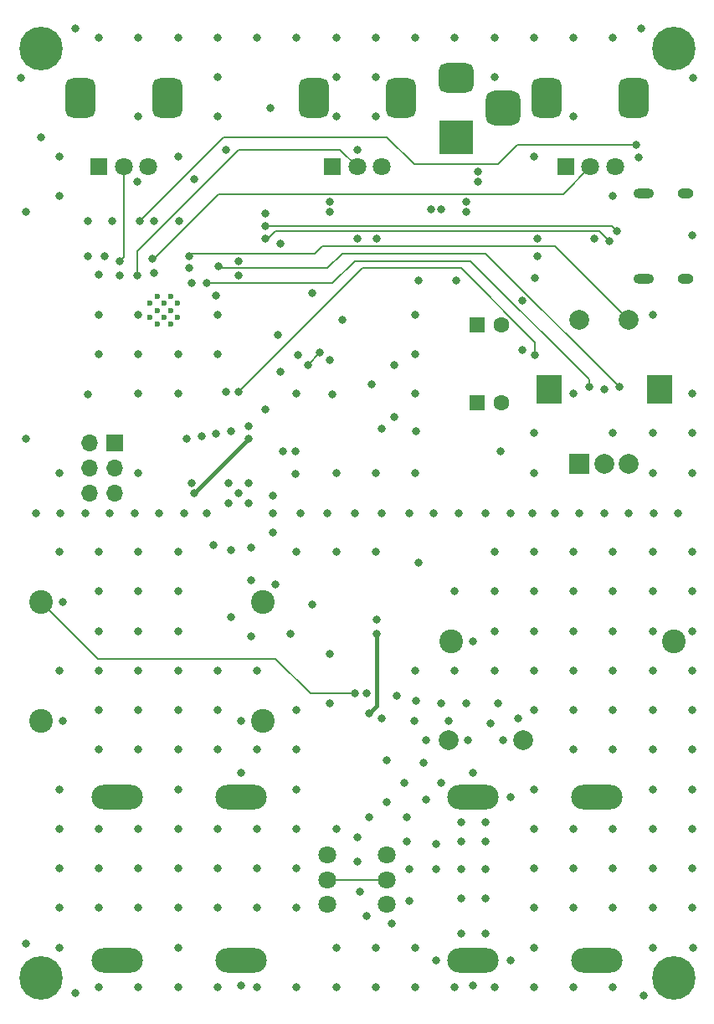
<source format=gbr>
%TF.GenerationSoftware,KiCad,Pcbnew,7.0.8*%
%TF.CreationDate,2023-12-03T14:11:45+01:00*%
%TF.ProjectId,Supersonic Quantumbox,53757065-7273-46f6-9e69-63205175616e,rev?*%
%TF.SameCoordinates,Original*%
%TF.FileFunction,Copper,L1,Top*%
%TF.FilePolarity,Positive*%
%FSLAX46Y46*%
G04 Gerber Fmt 4.6, Leading zero omitted, Abs format (unit mm)*
G04 Created by KiCad (PCBNEW 7.0.8) date 2023-12-03 14:11:45*
%MOMM*%
%LPD*%
G01*
G04 APERTURE LIST*
G04 Aperture macros list*
%AMRoundRect*
0 Rectangle with rounded corners*
0 $1 Rounding radius*
0 $2 $3 $4 $5 $6 $7 $8 $9 X,Y pos of 4 corners*
0 Add a 4 corners polygon primitive as box body*
4,1,4,$2,$3,$4,$5,$6,$7,$8,$9,$2,$3,0*
0 Add four circle primitives for the rounded corners*
1,1,$1+$1,$2,$3*
1,1,$1+$1,$4,$5*
1,1,$1+$1,$6,$7*
1,1,$1+$1,$8,$9*
0 Add four rect primitives between the rounded corners*
20,1,$1+$1,$2,$3,$4,$5,0*
20,1,$1+$1,$4,$5,$6,$7,0*
20,1,$1+$1,$6,$7,$8,$9,0*
20,1,$1+$1,$8,$9,$2,$3,0*%
G04 Aperture macros list end*
%TA.AperFunction,ComponentPad*%
%ADD10C,0.600000*%
%TD*%
%TA.AperFunction,ComponentPad*%
%ADD11R,1.700000X1.700000*%
%TD*%
%TA.AperFunction,ComponentPad*%
%ADD12O,1.700000X1.700000*%
%TD*%
%TA.AperFunction,ComponentPad*%
%ADD13C,0.700000*%
%TD*%
%TA.AperFunction,ComponentPad*%
%ADD14C,4.400000*%
%TD*%
%TA.AperFunction,ComponentPad*%
%ADD15C,1.800000*%
%TD*%
%TA.AperFunction,ComponentPad*%
%ADD16R,2.000000X2.000000*%
%TD*%
%TA.AperFunction,ComponentPad*%
%ADD17C,2.000000*%
%TD*%
%TA.AperFunction,ComponentPad*%
%ADD18R,2.500000X3.000000*%
%TD*%
%TA.AperFunction,ComponentPad*%
%ADD19R,1.800000X1.800000*%
%TD*%
%TA.AperFunction,ComponentPad*%
%ADD20RoundRect,0.750000X0.750000X-1.250000X0.750000X1.250000X-0.750000X1.250000X-0.750000X-1.250000X0*%
%TD*%
%TA.AperFunction,ComponentPad*%
%ADD21R,1.600000X1.600000*%
%TD*%
%TA.AperFunction,ComponentPad*%
%ADD22C,1.600000*%
%TD*%
%TA.AperFunction,ComponentPad*%
%ADD23C,2.400000*%
%TD*%
%TA.AperFunction,ComponentPad*%
%ADD24O,5.200000X2.500000*%
%TD*%
%TA.AperFunction,ComponentPad*%
%ADD25O,1.600000X1.000000*%
%TD*%
%TA.AperFunction,ComponentPad*%
%ADD26O,2.100000X1.000000*%
%TD*%
%TA.AperFunction,ComponentPad*%
%ADD27R,3.500000X3.500000*%
%TD*%
%TA.AperFunction,ComponentPad*%
%ADD28RoundRect,0.750000X-1.000000X0.750000X-1.000000X-0.750000X1.000000X-0.750000X1.000000X0.750000X0*%
%TD*%
%TA.AperFunction,ComponentPad*%
%ADD29RoundRect,0.875000X-0.875000X0.875000X-0.875000X-0.875000X0.875000X-0.875000X0.875000X0.875000X0*%
%TD*%
%TA.AperFunction,ViaPad*%
%ADD30C,0.800000*%
%TD*%
%TA.AperFunction,Conductor*%
%ADD31C,0.200000*%
%TD*%
%TA.AperFunction,Conductor*%
%ADD32C,0.400000*%
%TD*%
G04 APERTURE END LIST*
D10*
%TO.P,U9,41*%
%TO.N,N/C*%
X84760000Y-83100000D03*
X86160000Y-83100000D03*
X84060000Y-83800000D03*
X85460000Y-83800000D03*
X86860000Y-83800000D03*
X84760000Y-84500000D03*
X86160000Y-84500000D03*
X84060000Y-85200000D03*
X85460000Y-85200000D03*
X86860000Y-85200000D03*
X84760000Y-85900000D03*
X86160000Y-85900000D03*
%TD*%
D11*
%TO.P,J3,1,Pin_1*%
%TO.N,/IO42*%
X80500000Y-97920000D03*
D12*
%TO.P,J3,2,Pin_2*%
%TO.N,GNDREF*%
X77960000Y-97920000D03*
%TO.P,J3,3,Pin_3*%
%TO.N,/IO41*%
X80500000Y-100460000D03*
%TO.P,J3,4,Pin_4*%
%TO.N,/IO1*%
X77960000Y-100460000D03*
%TO.P,J3,5,Pin_5*%
%TO.N,+3V3*%
X80500000Y-103000000D03*
%TO.P,J3,6,Pin_6*%
%TO.N,/IO2*%
X77960000Y-103000000D03*
%TD*%
D13*
%TO.P,H4,1,1*%
%TO.N,unconnected-(H4-Pad1)*%
X135350000Y-152000000D03*
X135833274Y-150833274D03*
X135833274Y-153166726D03*
X137000000Y-150350000D03*
D14*
X137000000Y-152000000D03*
D13*
X137000000Y-153650000D03*
X138166726Y-150833274D03*
X138166726Y-153166726D03*
X138650000Y-152000000D03*
%TD*%
D15*
%TO.P,SW4,1,A*%
%TO.N,/DSP_IN*%
X108000000Y-144577500D03*
%TO.P,SW4,2,B*%
%TO.N,/JACK_IN*%
X108000000Y-139577500D03*
%TO.P,SW4,3,C*%
%TO.N,/BYPASS*%
X108000000Y-142077500D03*
%TO.P,SW4,4,A*%
%TO.N,/DSP_OUT*%
X102000000Y-139577500D03*
%TO.P,SW4,5,B*%
%TO.N,/JACK_OUT*%
X102000000Y-144577500D03*
%TO.P,SW4,6,C*%
%TO.N,/BYPASS*%
X102000000Y-142077500D03*
%TD*%
D13*
%TO.P,H2,1,1*%
%TO.N,unconnected-(H2-Pad1)*%
X135350000Y-58000000D03*
X135833274Y-56833274D03*
X135833274Y-59166726D03*
X137000000Y-56350000D03*
D14*
X137000000Y-58000000D03*
D13*
X137000000Y-59650000D03*
X138166726Y-56833274D03*
X138166726Y-59166726D03*
X138650000Y-58000000D03*
%TD*%
D16*
%TO.P,SW3,A,A*%
%TO.N,/ENC_A*%
X127500000Y-100000000D03*
D17*
%TO.P,SW3,B,B*%
%TO.N,/ENC_B*%
X132500000Y-100000000D03*
%TO.P,SW3,C,C*%
%TO.N,GNDREF*%
X130000000Y-100000000D03*
D18*
%TO.P,SW3,MP*%
%TO.N,N/C*%
X124400000Y-92500000D03*
X135600000Y-92500000D03*
D17*
%TO.P,SW3,S1,S1*%
%TO.N,GNDREF*%
X127500000Y-85500000D03*
%TO.P,SW3,S2,S2*%
%TO.N,/ENC_SW*%
X132500000Y-85500000D03*
%TD*%
D19*
%TO.P,RV3,1,1*%
%TO.N,GNDREF*%
X126100000Y-70000000D03*
D15*
%TO.P,RV3,2,2*%
%TO.N,/Pot3*%
X128600000Y-70000000D03*
%TO.P,RV3,3,3*%
%TO.N,Net-(R5-Pad2)*%
X131100000Y-70000000D03*
D20*
%TO.P,RV3,MP*%
%TO.N,N/C*%
X124200000Y-63000000D03*
X133000000Y-63000000D03*
%TD*%
D19*
%TO.P,RV2,1,1*%
%TO.N,GNDREF*%
X102500000Y-70000000D03*
D15*
%TO.P,RV2,2,2*%
%TO.N,/Pot2*%
X105000000Y-70000000D03*
%TO.P,RV2,3,3*%
%TO.N,Net-(R7-Pad2)*%
X107500000Y-70000000D03*
D20*
%TO.P,RV2,MP*%
%TO.N,N/C*%
X100600000Y-63000000D03*
X109400000Y-63000000D03*
%TD*%
D13*
%TO.P,H3,1,1*%
%TO.N,unconnected-(H3-Pad1)*%
X71350000Y-152000000D03*
X71833274Y-150833274D03*
X71833274Y-153166726D03*
X73000000Y-150350000D03*
D14*
X73000000Y-152000000D03*
D13*
X73000000Y-153650000D03*
X74166726Y-150833274D03*
X74166726Y-153166726D03*
X74650000Y-152000000D03*
%TD*%
D19*
%TO.P,RV1,1,1*%
%TO.N,GNDREF*%
X78900000Y-70000000D03*
D15*
%TO.P,RV1,2,2*%
%TO.N,/Pot1*%
X81400000Y-70000000D03*
%TO.P,RV1,3,3*%
%TO.N,Net-(R9-Pad2)*%
X83900000Y-70000000D03*
D20*
%TO.P,RV1,MP*%
%TO.N,N/C*%
X77000000Y-63000000D03*
X85800000Y-63000000D03*
%TD*%
D13*
%TO.P,H1,1,1*%
%TO.N,Net-(JP1-B)*%
X71350000Y-58000000D03*
X71833274Y-56833274D03*
X71833274Y-59166726D03*
X73000000Y-56350000D03*
D14*
X73000000Y-58000000D03*
D13*
X73000000Y-59650000D03*
X74166726Y-56833274D03*
X74166726Y-59166726D03*
X74650000Y-58000000D03*
%TD*%
D21*
%TO.P,C19,1*%
%TO.N,+5V*%
X117135242Y-86000000D03*
D22*
%TO.P,C19,2*%
%TO.N,GNDREF*%
X119635242Y-86000000D03*
%TD*%
D23*
%TO.P,C3,1*%
%TO.N,Net-(C3-Pad1)*%
X73000000Y-114000000D03*
%TO.P,C3,2*%
%TO.N,/LINE_IN*%
X95500000Y-114000000D03*
%TD*%
D24*
%TO.P,U1,1,Signal*%
%TO.N,/JACK_IN*%
X116750000Y-150250000D03*
X116750000Y-133750000D03*
%TO.P,U1,2,GND*%
%TO.N,GNDREF*%
X129250000Y-150250000D03*
X129250000Y-133750000D03*
%TD*%
D23*
%TO.P,C14,1*%
%TO.N,/DSP_OUT*%
X73000000Y-126000000D03*
%TO.P,C14,2*%
%TO.N,Net-(U5B--)*%
X95500000Y-126000000D03*
%TD*%
%TO.P,C2,1*%
%TO.N,GNDREF*%
X137000000Y-118000000D03*
%TO.P,C2,2*%
%TO.N,Net-(C2-Pad2)*%
X114500000Y-118000000D03*
%TD*%
D24*
%TO.P,U8,1,Signal*%
%TO.N,/JACK_OUT*%
X93250000Y-133750000D03*
X93250000Y-150250000D03*
%TO.P,U8,2,GND*%
%TO.N,GNDREF*%
X80750000Y-133750000D03*
X80750000Y-150250000D03*
%TD*%
D25*
%TO.P,J1,S1,SHIELD*%
%TO.N,GNDREF*%
X138180000Y-72680000D03*
D26*
X134000000Y-72680000D03*
D25*
X138180000Y-81320000D03*
D26*
X134000000Y-81320000D03*
%TD*%
D17*
%TO.P,C1,1*%
%TO.N,/DSP_IN*%
X114255000Y-128000000D03*
%TO.P,C1,2*%
%TO.N,Net-(U5A-+)*%
X121755000Y-128000000D03*
%TD*%
D21*
%TO.P,C18,1*%
%TO.N,+5V*%
X117135242Y-93850000D03*
D22*
%TO.P,C18,2*%
%TO.N,GNDREF*%
X119635242Y-93850000D03*
%TD*%
D27*
%TO.P,J6,1*%
%TO.N,GNDREF*%
X115042500Y-67000000D03*
D28*
%TO.P,J6,2*%
%TO.N,+9V*%
X115042500Y-61000000D03*
D29*
%TO.P,J6,3*%
%TO.N,unconnected-(J6-Pad3)*%
X119742500Y-64000000D03*
%TD*%
D30*
%TO.N,GNDREF*%
X138891665Y-144925000D03*
X138891665Y-140925000D03*
X138891665Y-136925000D03*
X138891665Y-132925000D03*
X138891665Y-128925000D03*
X138891665Y-124925000D03*
X138891665Y-120925000D03*
X138891665Y-116925000D03*
X138891665Y-112925000D03*
X138891665Y-108925000D03*
X138891665Y-100925000D03*
X138891665Y-96925000D03*
X138891665Y-92925000D03*
X138891665Y-76925000D03*
X134891665Y-148925000D03*
X134891665Y-144925000D03*
X134891665Y-140925000D03*
X134891665Y-136925000D03*
X134891665Y-132925000D03*
X134891665Y-128925000D03*
X134891665Y-124925000D03*
X134891665Y-120925000D03*
X134891665Y-116925000D03*
X134891665Y-112925000D03*
X134891665Y-108925000D03*
X134891665Y-100925000D03*
X134891665Y-96925000D03*
X134891665Y-84925000D03*
X130891665Y-152925000D03*
X130891665Y-144925000D03*
X130891665Y-140925000D03*
X130891665Y-136925000D03*
X130891665Y-128925000D03*
X130891665Y-124925000D03*
X130891665Y-120925000D03*
X130891665Y-116925000D03*
X130891665Y-112925000D03*
X130891665Y-108925000D03*
X130891665Y-96925000D03*
X130891665Y-72925000D03*
X130891665Y-56925000D03*
X126891665Y-152925000D03*
X126891665Y-144925000D03*
X126891665Y-140925000D03*
X126891665Y-136925000D03*
X126891665Y-128925000D03*
X126891665Y-124925000D03*
X126891665Y-120925000D03*
X126891665Y-116925000D03*
X126891665Y-112925000D03*
X126891665Y-108925000D03*
X126891665Y-92925000D03*
X126891665Y-64925000D03*
X126891665Y-56925000D03*
X122891665Y-152925000D03*
X122891665Y-148925000D03*
X122891665Y-144925000D03*
X122891665Y-140925000D03*
X122891665Y-136925000D03*
X122891665Y-132925000D03*
X122891665Y-124925000D03*
X122891665Y-120925000D03*
X122891665Y-116925000D03*
X122891665Y-112925000D03*
X122891665Y-108925000D03*
X122891665Y-100925000D03*
X122891665Y-96925000D03*
X122891665Y-68925000D03*
X122891665Y-56925000D03*
X118891665Y-152925000D03*
X118891665Y-120925000D03*
X118891665Y-116925000D03*
X118891665Y-112925000D03*
X118891665Y-108925000D03*
X118891665Y-60925000D03*
X118891665Y-56925000D03*
X114891665Y-152925000D03*
X114891665Y-120925000D03*
X114891665Y-112925000D03*
X114891665Y-56925000D03*
X110891665Y-152925000D03*
X110891665Y-148925000D03*
X110891665Y-120925000D03*
X110891665Y-100925000D03*
X110891665Y-92925000D03*
X110891665Y-88925000D03*
X110891665Y-84925000D03*
X110891665Y-56925000D03*
X106891665Y-152925000D03*
X106891665Y-148925000D03*
X106891665Y-108925000D03*
X106891665Y-100925000D03*
X106891665Y-64925000D03*
X106891665Y-60925000D03*
X106891665Y-56925000D03*
X102891665Y-152925000D03*
X102891665Y-148925000D03*
X102891665Y-136925000D03*
X102891665Y-108925000D03*
X102891665Y-100925000D03*
X102891665Y-64925000D03*
X102891665Y-60925000D03*
X102891665Y-56925000D03*
X98891665Y-152925000D03*
X98891665Y-144925000D03*
X98891665Y-140925000D03*
X98891665Y-136925000D03*
X98891665Y-132925000D03*
X98891665Y-128925000D03*
X98891665Y-124925000D03*
X98891665Y-108925000D03*
X98891665Y-92925000D03*
X98891665Y-56925000D03*
X94891665Y-152925000D03*
X94891665Y-144925000D03*
X94891665Y-140925000D03*
X94891665Y-136925000D03*
X94891665Y-128925000D03*
X94891665Y-120925000D03*
X94891665Y-56925000D03*
X90891665Y-152925000D03*
X90891665Y-144925000D03*
X90891665Y-140925000D03*
X90891665Y-136925000D03*
X90891665Y-128925000D03*
X90891665Y-124925000D03*
X90891665Y-120925000D03*
X90891665Y-88925000D03*
X90891665Y-84925000D03*
X90891665Y-64925000D03*
X90891665Y-60925000D03*
X90891665Y-56925000D03*
X86891665Y-152925000D03*
X86891665Y-148925000D03*
X86891665Y-144925000D03*
X86891665Y-140925000D03*
X86891665Y-136925000D03*
X86891665Y-132925000D03*
X86891665Y-128925000D03*
X86891665Y-124925000D03*
X86891665Y-120925000D03*
X86891665Y-116925000D03*
X86891665Y-112925000D03*
X86891665Y-108925000D03*
X86891665Y-92925000D03*
X86891665Y-88925000D03*
X86891665Y-68925000D03*
X86891665Y-56925000D03*
X82891665Y-152925000D03*
X82891665Y-144925000D03*
X82891665Y-140925000D03*
X82891665Y-136925000D03*
X82891665Y-128925000D03*
X82891665Y-124925000D03*
X82891665Y-120925000D03*
X82891665Y-116925000D03*
X82891665Y-112925000D03*
X82891665Y-108925000D03*
X82891665Y-100925000D03*
X82891665Y-92925000D03*
X82891665Y-88925000D03*
X82891665Y-84925000D03*
X82891665Y-64925000D03*
X82891665Y-56925000D03*
X78891665Y-152925000D03*
X78891665Y-144925000D03*
X78891665Y-140925000D03*
X78891665Y-136925000D03*
X78891665Y-128925000D03*
X78891665Y-124925000D03*
X78891665Y-120925000D03*
X78891665Y-116925000D03*
X78891665Y-112925000D03*
X78891665Y-108925000D03*
X78891665Y-88925000D03*
X78891665Y-84925000D03*
X78891665Y-80925000D03*
X78891665Y-56925000D03*
X74891665Y-148925000D03*
X74891665Y-144925000D03*
X74891665Y-140925000D03*
X74891665Y-136925000D03*
X74891665Y-132925000D03*
X74891665Y-120925000D03*
X74891665Y-108925000D03*
X74891665Y-100925000D03*
X74891665Y-72925000D03*
X74891665Y-68925000D03*
X102250000Y-73500000D03*
X117250000Y-70500000D03*
X117250000Y-71500000D03*
X116000000Y-73500000D03*
X116000000Y-74500000D03*
X113500000Y-74250000D03*
X108000000Y-130000000D03*
X90500000Y-108250000D03*
X96500000Y-107000000D03*
X111250000Y-110000000D03*
X96250000Y-64000000D03*
X73000000Y-67000000D03*
X99000000Y-89000000D03*
X103500000Y-85500000D03*
X93000000Y-103000000D03*
X71000000Y-61000000D03*
X112000000Y-128000000D03*
X87000000Y-75500000D03*
X121250000Y-125750000D03*
X106000000Y-123250000D03*
X89250000Y-97250000D03*
X120500000Y-105000000D03*
X99250000Y-105000000D03*
X96750000Y-112250000D03*
X102500000Y-93000000D03*
X95750000Y-74750000D03*
X77750000Y-79000000D03*
X121750000Y-83500000D03*
X93250000Y-131250000D03*
X119500000Y-98750000D03*
X115000000Y-81500000D03*
X92250000Y-96750000D03*
X91750000Y-68250000D03*
X108500000Y-146500000D03*
X130000000Y-92500000D03*
X113000000Y-138500000D03*
X93250000Y-152750000D03*
X77750000Y-93000000D03*
X110250000Y-141000000D03*
X115500000Y-144000000D03*
X92000000Y-102000000D03*
X108750000Y-95250000D03*
X94250000Y-117500000D03*
X118500000Y-126250000D03*
X100500000Y-82750000D03*
X133500000Y-69000000D03*
X100500000Y-114250000D03*
X105000000Y-137750000D03*
X82500000Y-105000000D03*
X106000000Y-145750000D03*
X71500000Y-148500000D03*
X85000000Y-105000000D03*
X80250000Y-75500000D03*
X104750000Y-105000000D03*
X106250000Y-135750000D03*
X107500000Y-96500000D03*
X105000000Y-68250000D03*
X97250000Y-90750000D03*
X88500000Y-71250000D03*
X102250000Y-74500000D03*
X97500000Y-98750000D03*
X96500000Y-105000000D03*
X129000000Y-77250000D03*
X84500000Y-80750000D03*
X92250000Y-115500000D03*
X98750000Y-98750000D03*
X111000000Y-96750000D03*
X76500000Y-56000000D03*
X88000000Y-80250000D03*
X114250000Y-126000000D03*
X108750000Y-90000000D03*
X89750000Y-105000000D03*
X120500000Y-133750000D03*
X81000000Y-81000000D03*
X116250000Y-128000000D03*
X116750000Y-131250000D03*
X102250000Y-124250000D03*
X118000000Y-136250000D03*
X139000000Y-61000000D03*
X132500000Y-105000000D03*
X79500000Y-79000000D03*
X115250000Y-105000000D03*
X105000000Y-140250000D03*
X93250000Y-126000000D03*
X113000000Y-150250000D03*
X106500000Y-92000000D03*
X90750000Y-97000000D03*
X93000000Y-81000000D03*
X94000000Y-96250000D03*
X113500000Y-132250000D03*
X77750000Y-75500000D03*
X82750000Y-71500000D03*
X93000000Y-79500000D03*
X123250000Y-77250000D03*
X72500000Y-105000000D03*
X95750000Y-94500000D03*
X111750000Y-130250000D03*
X112500000Y-74250000D03*
X130000000Y-105000000D03*
X102250000Y-119250000D03*
X94250000Y-108500000D03*
X75000000Y-105000000D03*
X77500000Y-105000000D03*
X102000000Y-105000000D03*
X90750000Y-83000000D03*
X96500000Y-103250000D03*
X118000000Y-141000000D03*
X87750000Y-97500000D03*
X110250000Y-144250000D03*
X118000000Y-147500000D03*
X109750000Y-132250000D03*
X94250000Y-111750000D03*
X112750000Y-105000000D03*
X92000000Y-104000000D03*
X84500000Y-75500000D03*
X115500000Y-147500000D03*
X133750000Y-56000000D03*
X111250000Y-81500000D03*
X110000000Y-138250000D03*
X111000000Y-124000000D03*
X97250000Y-77750000D03*
X75250000Y-126000000D03*
X92250000Y-108750000D03*
X123250000Y-79000000D03*
X118000000Y-138250000D03*
X112000000Y-134000000D03*
X88250000Y-81750000D03*
X121750000Y-88500000D03*
X110250000Y-105000000D03*
X135000000Y-105000000D03*
X71500000Y-97500000D03*
X116000000Y-124250000D03*
X110000000Y-135750000D03*
X107500000Y-125750000D03*
X115500000Y-141000000D03*
X94000000Y-102000000D03*
X116750000Y-152750000D03*
X88250000Y-102000000D03*
X91750000Y-92750000D03*
X115500000Y-138250000D03*
X116750000Y-118000000D03*
X119750000Y-128000000D03*
X122750000Y-105000000D03*
X102250000Y-89500000D03*
X108000000Y-134250000D03*
X75250000Y-114000000D03*
X120500000Y-150250000D03*
X109000000Y-123500000D03*
X113000000Y-141000000D03*
X107000000Y-77250000D03*
X107000000Y-115750000D03*
X107500000Y-105000000D03*
X87500000Y-105000000D03*
X113500000Y-124250000D03*
X119250000Y-124250000D03*
X125000000Y-105000000D03*
X105000000Y-77250000D03*
X105250000Y-143250000D03*
X123000000Y-81250000D03*
X134000000Y-153750000D03*
X94000000Y-104000000D03*
X71500000Y-74500000D03*
X139000000Y-149000000D03*
X118000000Y-105000000D03*
X118000000Y-144000000D03*
X115500000Y-136250000D03*
X76500000Y-153500000D03*
X80000000Y-105000000D03*
X110750000Y-126000000D03*
X97000000Y-87000000D03*
X98750000Y-101000000D03*
X98250000Y-117250000D03*
X127500000Y-105000000D03*
X137500000Y-105000000D03*
%TO.N,/USB_D+*%
X130500000Y-77500000D03*
X95750000Y-77250000D03*
%TO.N,/USB_D-*%
X131250000Y-76500000D03*
X95750000Y-76000000D03*
%TO.N,/EN*%
X133250000Y-67750000D03*
X83000000Y-75500000D03*
%TO.N,+3V3*%
X94000000Y-97500000D03*
X88500000Y-103000000D03*
%TO.N,Net-(C3-Pad1)*%
X104750000Y-123250000D03*
%TO.N,+3.3VA*%
X106250000Y-125250000D03*
X107000000Y-117250000D03*
%TO.N,/IO0*%
X93000000Y-92750000D03*
X123000000Y-89000000D03*
%TO.N,/ENC_A*%
X128500000Y-92250000D03*
X89750000Y-81750000D03*
%TO.N,/ENC_B*%
X91000000Y-80000000D03*
X131500000Y-92250000D03*
%TO.N,/ENC_SW*%
X88000000Y-79000000D03*
%TO.N,/Pot1*%
X81000000Y-79500000D03*
%TO.N,/Pot3*%
X84250000Y-79250000D03*
%TO.N,/Pot2*%
X82750000Y-81000000D03*
%TO.N,/LCD_MOSI*%
X100000000Y-90000000D03*
X101250000Y-88750000D03*
%TD*%
D31*
%TO.N,/EN*%
X91500000Y-67000000D02*
X83000000Y-75500000D01*
X108000000Y-67000000D02*
X91500000Y-67000000D01*
X119245021Y-69750000D02*
X110750000Y-69750000D01*
X121245021Y-67750000D02*
X119245021Y-69750000D01*
X110750000Y-69750000D02*
X108000000Y-67000000D01*
X133250000Y-67750000D02*
X121245021Y-67750000D01*
%TO.N,/USB_D+*%
X96000000Y-77250000D02*
X96750000Y-76500000D01*
X129500000Y-76500000D02*
X130500000Y-77500000D01*
X95750000Y-77250000D02*
X96000000Y-77250000D01*
X96750000Y-76500000D02*
X129500000Y-76500000D01*
%TO.N,/USB_D-*%
X130750000Y-76000000D02*
X131250000Y-76500000D01*
X95750000Y-76000000D02*
X130750000Y-76000000D01*
D32*
%TO.N,+3V3*%
X94000000Y-97500000D02*
X88500000Y-103000000D01*
D31*
%TO.N,Net-(C3-Pad1)*%
X104750000Y-123250000D02*
X100250000Y-123250000D01*
X96750000Y-119750000D02*
X78750000Y-119750000D01*
X78750000Y-119750000D02*
X73000000Y-114000000D01*
X100250000Y-123250000D02*
X96750000Y-119750000D01*
D32*
%TO.N,+3.3VA*%
X107000000Y-124500000D02*
X106250000Y-125250000D01*
X107000000Y-117250000D02*
X107000000Y-124500000D01*
D31*
%TO.N,/IO0*%
X105500000Y-80250000D02*
X93000000Y-92750000D01*
X123000000Y-87750000D02*
X115500000Y-80250000D01*
X123000000Y-89000000D02*
X123000000Y-87750000D01*
X115500000Y-80250000D02*
X105500000Y-80250000D01*
%TO.N,/ENC_A*%
X116500000Y-79500000D02*
X104750000Y-79500000D01*
X102500000Y-81750000D02*
X89750000Y-81750000D01*
X128500000Y-92250000D02*
X128500000Y-91500000D01*
X128500000Y-91500000D02*
X116500000Y-79500000D01*
X104750000Y-79500000D02*
X102500000Y-81750000D01*
%TO.N,/ENC_B*%
X102000000Y-80250000D02*
X103500000Y-78750000D01*
X91000000Y-80000000D02*
X91250000Y-80250000D01*
X118000000Y-78750000D02*
X131500000Y-92250000D01*
X103500000Y-78750000D02*
X118000000Y-78750000D01*
X91250000Y-80250000D02*
X102000000Y-80250000D01*
%TO.N,/ENC_SW*%
X88000000Y-79000000D02*
X88250000Y-78750000D01*
X125000000Y-78000000D02*
X132500000Y-85500000D01*
X100750000Y-78750000D02*
X101500000Y-78000000D01*
X88250000Y-78750000D02*
X100750000Y-78750000D01*
X101500000Y-78000000D02*
X125000000Y-78000000D01*
%TO.N,/BYPASS*%
X102000000Y-142077500D02*
X108000000Y-142077500D01*
%TO.N,/Pot1*%
X81400000Y-79100000D02*
X81400000Y-70000000D01*
X81000000Y-79500000D02*
X81400000Y-79100000D01*
%TO.N,/Pot3*%
X84500000Y-79250000D02*
X91000000Y-72750000D01*
X91000000Y-72750000D02*
X125850000Y-72750000D01*
X84250000Y-79250000D02*
X84500000Y-79250000D01*
X125850000Y-72750000D02*
X128600000Y-70000000D01*
%TO.N,/Pot2*%
X103250000Y-68250000D02*
X105000000Y-70000000D01*
X82750000Y-81000000D02*
X82750000Y-78500000D01*
X93000000Y-68250000D02*
X103250000Y-68250000D01*
X82750000Y-78500000D02*
X93000000Y-68250000D01*
%TO.N,/LCD_MOSI*%
X100000000Y-90000000D02*
X101250000Y-88750000D01*
%TD*%
M02*

</source>
